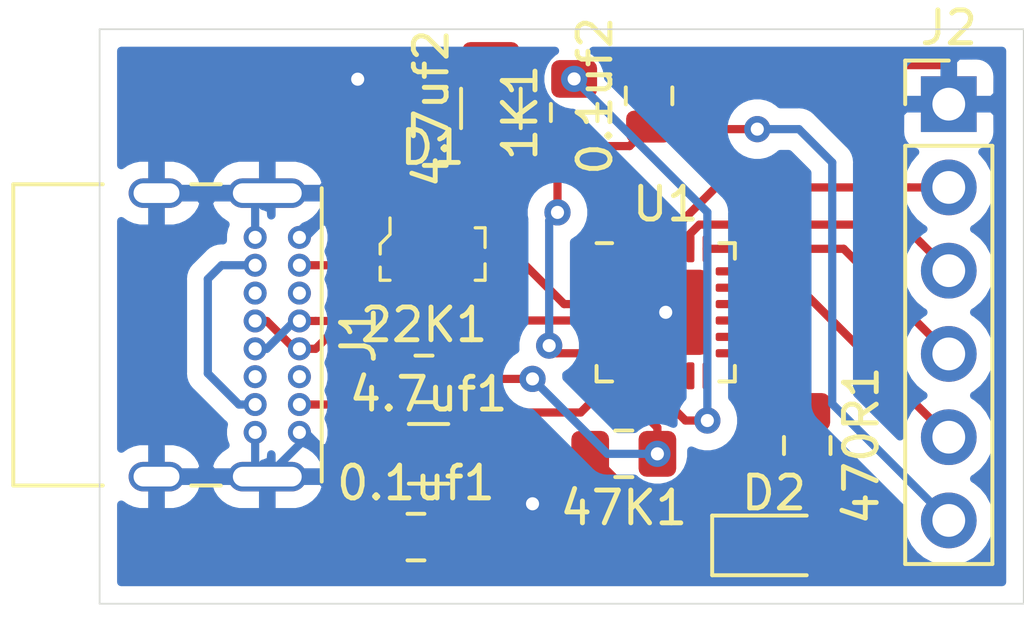
<source format=kicad_pcb>
(kicad_pcb (version 20171130) (host pcbnew "(5.1.2-1)-1")

  (general
    (thickness 1.6)
    (drawings 4)
    (tracks 129)
    (zones 0)
    (modules 13)
    (nets 14)
  )

  (page A4)
  (layers
    (0 F.Cu signal)
    (31 B.Cu signal)
    (32 B.Adhes user)
    (33 F.Adhes user)
    (34 B.Paste user)
    (35 F.Paste user)
    (36 B.SilkS user)
    (37 F.SilkS user)
    (38 B.Mask user)
    (39 F.Mask user)
    (40 Dwgs.User user)
    (41 Cmts.User user)
    (42 Eco1.User user)
    (43 Eco2.User user)
    (44 Edge.Cuts user)
    (45 Margin user)
    (46 B.CrtYd user)
    (47 F.CrtYd user)
    (48 B.Fab user)
    (49 F.Fab user)
  )

  (setup
    (last_trace_width 0.25)
    (trace_clearance 0.2)
    (zone_clearance 0.508)
    (zone_45_only no)
    (trace_min 0.2)
    (via_size 0.8)
    (via_drill 0.4)
    (via_min_size 0.4)
    (via_min_drill 0.3)
    (uvia_size 0.3)
    (uvia_drill 0.1)
    (uvias_allowed no)
    (uvia_min_size 0.2)
    (uvia_min_drill 0.1)
    (edge_width 0.05)
    (segment_width 0.2)
    (pcb_text_width 0.3)
    (pcb_text_size 1.5 1.5)
    (mod_edge_width 0.12)
    (mod_text_size 1 1)
    (mod_text_width 0.15)
    (pad_size 1.524 1.524)
    (pad_drill 0.762)
    (pad_to_mask_clearance 0.051)
    (solder_mask_min_width 0.25)
    (aux_axis_origin 0 0)
    (visible_elements FFFFFF7F)
    (pcbplotparams
      (layerselection 0x010fc_ffffffff)
      (usegerberextensions false)
      (usegerberattributes false)
      (usegerberadvancedattributes false)
      (creategerberjobfile false)
      (excludeedgelayer true)
      (linewidth 0.100000)
      (plotframeref false)
      (viasonmask false)
      (mode 1)
      (useauxorigin false)
      (hpglpennumber 1)
      (hpglpenspeed 20)
      (hpglpendiameter 15.000000)
      (psnegative false)
      (psa4output false)
      (plotreference true)
      (plotvalue true)
      (plotinvisibletext false)
      (padsonsilk false)
      (subtractmaskfromsilk false)
      (outputformat 1)
      (mirror false)
      (drillshape 1)
      (scaleselection 1)
      (outputdirectory ""))
  )

  (net 0 "")
  (net 1 /VBUS)
  (net 2 "Net-(22K1-Pad2)")
  (net 3 GND)
  (net 4 /D+)
  (net 5 /D-)
  (net 6 "Net-(J2-Pad2)")
  (net 7 "Net-(J2-Pad3)")
  (net 8 "Net-(J2-Pad4)")
  (net 9 "Net-(J2-Pad5)")
  (net 10 VDD)
  (net 11 "Net-(1K1-Pad2)")
  (net 12 /SUSPENDn)
  (net 13 "Net-(470R1-Pad2)")

  (net_class Default "This is the default net class."
    (clearance 0.2)
    (trace_width 0.25)
    (via_dia 0.8)
    (via_drill 0.4)
    (uvia_dia 0.3)
    (uvia_drill 0.1)
    (add_net /D+)
    (add_net /D-)
    (add_net /SUSPENDn)
    (add_net /VBUS)
    (add_net GND)
    (add_net "Net-(1K1-Pad2)")
    (add_net "Net-(22K1-Pad2)")
    (add_net "Net-(470R1-Pad2)")
    (add_net "Net-(J2-Pad2)")
    (add_net "Net-(J2-Pad3)")
    (add_net "Net-(J2-Pad4)")
    (add_net "Net-(J2-Pad5)")
    (add_net VDD)
  )

  (module Connector_USB:USB_C_Receptacle_GCT_USB4085 (layer F.Cu) (tedit 5BCCCD93) (tstamp 5DA58AE3)
    (at 115.316 115.57 270)
    (descr "USB 2.0 Type C Receptacle, https://gct.co/Files/Drawings/USB4085.pdf")
    (tags "USB Type-C Receptacle Through-hole Right angle")
    (path /5DA582B4)
    (fp_text reference J1 (at 2.975 -1.8 90) (layer F.SilkS)
      (effects (font (size 1 1) (thickness 0.15)))
    )
    (fp_text value USB_C (at -3.302 2.54 180) (layer F.Fab)
      (effects (font (size 1 1) (thickness 0.15)))
    )
    (fp_line (start -1.5 -0.56) (end 7.45 -0.56) (layer F.Fab) (width 0.1))
    (fp_line (start -1.5 8.61) (end 7.45 8.61) (layer F.Fab) (width 0.1))
    (fp_line (start -1.62 8.73) (end 7.57 8.73) (layer F.SilkS) (width 0.12))
    (fp_line (start -1.5 -0.68) (end 7.45 -0.68) (layer F.SilkS) (width 0.12))
    (fp_line (start -1.5 -0.56) (end -1.5 8.61) (layer F.Fab) (width 0.1))
    (fp_line (start 7.45 -0.56) (end 7.45 8.61) (layer F.Fab) (width 0.1))
    (fp_line (start 7.57 6) (end 7.57 8.73) (layer F.SilkS) (width 0.12))
    (fp_line (start -1.62 6) (end -1.62 8.73) (layer F.SilkS) (width 0.12))
    (fp_line (start 7.57 2.4) (end 7.57 3.3) (layer F.SilkS) (width 0.12))
    (fp_line (start -1.62 2.4) (end -1.62 3.3) (layer F.SilkS) (width 0.12))
    (fp_line (start -2.3 -1.06) (end -2.3 9.11) (layer F.CrtYd) (width 0.05))
    (fp_line (start -2.3 9.11) (end 8.25 9.11) (layer F.CrtYd) (width 0.05))
    (fp_line (start -2.3 -1.06) (end 8.25 -1.06) (layer F.CrtYd) (width 0.05))
    (fp_line (start 8.25 -1.06) (end 8.25 9.11) (layer F.CrtYd) (width 0.05))
    (fp_line (start -0.025 6.1) (end 5.975 6.1) (layer F.Fab) (width 0.1))
    (fp_text user "PCB Edge" (at 2.975 6.1 90) (layer Dwgs.User)
      (effects (font (size 0.5 0.5) (thickness 0.1)))
    )
    (fp_text user %R (at 2.975 4.025 90) (layer F.Fab)
      (effects (font (size 1 1) (thickness 0.15)))
    )
    (pad A1 thru_hole circle (at 0 0 270) (size 0.7 0.7) (drill 0.4) (layers *.Cu *.Mask)
      (net 3 GND))
    (pad A4 thru_hole circle (at 0.85 0 270) (size 0.7 0.7) (drill 0.4) (layers *.Cu *.Mask)
      (net 1 /VBUS))
    (pad A5 thru_hole circle (at 1.7 0 270) (size 0.7 0.7) (drill 0.4) (layers *.Cu *.Mask))
    (pad A6 thru_hole circle (at 2.55 0 270) (size 0.7 0.7) (drill 0.4) (layers *.Cu *.Mask)
      (net 4 /D+))
    (pad A7 thru_hole circle (at 3.4 0 270) (size 0.7 0.7) (drill 0.4) (layers *.Cu *.Mask)
      (net 5 /D-))
    (pad A8 thru_hole circle (at 4.25 0 270) (size 0.7 0.7) (drill 0.4) (layers *.Cu *.Mask))
    (pad A9 thru_hole circle (at 5.1 0 270) (size 0.7 0.7) (drill 0.4) (layers *.Cu *.Mask)
      (net 1 /VBUS))
    (pad A12 thru_hole circle (at 5.95 0 270) (size 0.7 0.7) (drill 0.4) (layers *.Cu *.Mask)
      (net 3 GND))
    (pad B9 thru_hole circle (at 0.85 1.35 270) (size 0.7 0.7) (drill 0.4) (layers *.Cu *.Mask)
      (net 1 /VBUS))
    (pad B7 thru_hole circle (at 2.55 1.35 270) (size 0.7 0.7) (drill 0.4) (layers *.Cu *.Mask)
      (net 5 /D-))
    (pad B8 thru_hole circle (at 1.7 1.35 270) (size 0.7 0.7) (drill 0.4) (layers *.Cu *.Mask))
    (pad B12 thru_hole circle (at 0 1.35 270) (size 0.7 0.7) (drill 0.4) (layers *.Cu *.Mask)
      (net 3 GND))
    (pad B5 thru_hole circle (at 4.25 1.35 270) (size 0.7 0.7) (drill 0.4) (layers *.Cu *.Mask))
    (pad B4 thru_hole circle (at 5.1 1.35 270) (size 0.7 0.7) (drill 0.4) (layers *.Cu *.Mask)
      (net 1 /VBUS))
    (pad B1 thru_hole circle (at 5.95 1.35 270) (size 0.7 0.7) (drill 0.4) (layers *.Cu *.Mask)
      (net 3 GND))
    (pad B6 thru_hole circle (at 3.4 1.35 270) (size 0.7 0.7) (drill 0.4) (layers *.Cu *.Mask)
      (net 4 /D+))
    (pad S1 thru_hole oval (at -1.35 0.98 270) (size 0.9 2.4) (drill oval 0.6 2.1) (layers *.Cu *.Mask)
      (net 3 GND))
    (pad S1 thru_hole oval (at 7.3 0.98 270) (size 0.9 2.4) (drill oval 0.6 2.1) (layers *.Cu *.Mask)
      (net 3 GND))
    (pad S1 thru_hole oval (at -1.35 4.36 270) (size 0.9 1.7) (drill oval 0.6 1.4) (layers *.Cu *.Mask)
      (net 3 GND))
    (pad S1 thru_hole oval (at 7.3 4.36 270) (size 0.9 1.7) (drill oval 0.6 1.4) (layers *.Cu *.Mask)
      (net 3 GND))
    (model ${KISYS3DMOD}/Connector_USB.3dshapes/USB_C_Receptacle_GCT_USB4085.wrl
      (at (xyz 0 0 0))
      (scale (xyz 1 1 1))
      (rotate (xyz 0 0 0))
    )
  )

  (module Resistor_SMD:R_0805_2012Metric_Pad1.15x1.40mm_HandSolder (layer F.Cu) (tedit 5B36C52B) (tstamp 5DA58AA9)
    (at 119.117 119.888)
    (descr "Resistor SMD 0805 (2012 Metric), square (rectangular) end terminal, IPC_7351 nominal with elongated pad for handsoldering. (Body size source: https://docs.google.com/spreadsheets/d/1BsfQQcO9C6DZCsRaXUlFlo91Tg2WpOkGARC1WS5S8t0/edit?usp=sharing), generated with kicad-footprint-generator")
    (tags "resistor handsolder")
    (path /5DA74737)
    (attr smd)
    (fp_text reference 22K1 (at 0 -1.65) (layer F.SilkS)
      (effects (font (size 1 1) (thickness 0.15)))
    )
    (fp_text value R (at 0 1.65) (layer F.Fab)
      (effects (font (size 1 1) (thickness 0.15)))
    )
    (fp_line (start -1 0.6) (end -1 -0.6) (layer F.Fab) (width 0.1))
    (fp_line (start -1 -0.6) (end 1 -0.6) (layer F.Fab) (width 0.1))
    (fp_line (start 1 -0.6) (end 1 0.6) (layer F.Fab) (width 0.1))
    (fp_line (start 1 0.6) (end -1 0.6) (layer F.Fab) (width 0.1))
    (fp_line (start -0.261252 -0.71) (end 0.261252 -0.71) (layer F.SilkS) (width 0.12))
    (fp_line (start -0.261252 0.71) (end 0.261252 0.71) (layer F.SilkS) (width 0.12))
    (fp_line (start -1.85 0.95) (end -1.85 -0.95) (layer F.CrtYd) (width 0.05))
    (fp_line (start -1.85 -0.95) (end 1.85 -0.95) (layer F.CrtYd) (width 0.05))
    (fp_line (start 1.85 -0.95) (end 1.85 0.95) (layer F.CrtYd) (width 0.05))
    (fp_line (start 1.85 0.95) (end -1.85 0.95) (layer F.CrtYd) (width 0.05))
    (fp_text user %R (at 0 0) (layer F.Fab)
      (effects (font (size 0.5 0.5) (thickness 0.08)))
    )
    (pad 1 smd roundrect (at -1.025 0) (size 1.15 1.4) (layers F.Cu F.Paste F.Mask) (roundrect_rratio 0.217391)
      (net 1 /VBUS))
    (pad 2 smd roundrect (at 1.025 0) (size 1.15 1.4) (layers F.Cu F.Paste F.Mask) (roundrect_rratio 0.217391)
      (net 2 "Net-(22K1-Pad2)"))
    (model ${KISYS3DMOD}/Resistor_SMD.3dshapes/R_0805_2012Metric.wrl
      (at (xyz 0 0 0))
      (scale (xyz 1 1 1))
      (rotate (xyz 0 0 0))
    )
  )

  (module Resistor_SMD:R_0805_2012Metric_Pad1.15x1.40mm_HandSolder (layer F.Cu) (tedit 5B36C52B) (tstamp 5DA592A4)
    (at 125.213 122.174 180)
    (descr "Resistor SMD 0805 (2012 Metric), square (rectangular) end terminal, IPC_7351 nominal with elongated pad for handsoldering. (Body size source: https://docs.google.com/spreadsheets/d/1BsfQQcO9C6DZCsRaXUlFlo91Tg2WpOkGARC1WS5S8t0/edit?usp=sharing), generated with kicad-footprint-generator")
    (tags "resistor handsolder")
    (path /5DA74D9A)
    (attr smd)
    (fp_text reference 47K1 (at 0 -1.65) (layer F.SilkS)
      (effects (font (size 1 1) (thickness 0.15)))
    )
    (fp_text value R (at 0 1.65) (layer F.Fab)
      (effects (font (size 1 1) (thickness 0.15)))
    )
    (fp_text user %R (at 0 0 270) (layer F.Fab)
      (effects (font (size 0.5 0.5) (thickness 0.08)))
    )
    (fp_line (start 1.85 0.95) (end -1.85 0.95) (layer F.CrtYd) (width 0.05))
    (fp_line (start 1.85 -0.95) (end 1.85 0.95) (layer F.CrtYd) (width 0.05))
    (fp_line (start -1.85 -0.95) (end 1.85 -0.95) (layer F.CrtYd) (width 0.05))
    (fp_line (start -1.85 0.95) (end -1.85 -0.95) (layer F.CrtYd) (width 0.05))
    (fp_line (start -0.261252 0.71) (end 0.261252 0.71) (layer F.SilkS) (width 0.12))
    (fp_line (start -0.261252 -0.71) (end 0.261252 -0.71) (layer F.SilkS) (width 0.12))
    (fp_line (start 1 0.6) (end -1 0.6) (layer F.Fab) (width 0.1))
    (fp_line (start 1 -0.6) (end 1 0.6) (layer F.Fab) (width 0.1))
    (fp_line (start -1 -0.6) (end 1 -0.6) (layer F.Fab) (width 0.1))
    (fp_line (start -1 0.6) (end -1 -0.6) (layer F.Fab) (width 0.1))
    (pad 2 smd roundrect (at 1.025 0 180) (size 1.15 1.4) (layers F.Cu F.Paste F.Mask) (roundrect_rratio 0.217391)
      (net 3 GND))
    (pad 1 smd roundrect (at -1.025 0 180) (size 1.15 1.4) (layers F.Cu F.Paste F.Mask) (roundrect_rratio 0.217391)
      (net 2 "Net-(22K1-Pad2)"))
    (model ${KISYS3DMOD}/Resistor_SMD.3dshapes/R_0805_2012Metric.wrl
      (at (xyz 0 0 0))
      (scale (xyz 1 1 1))
      (rotate (xyz 0 0 0))
    )
  )

  (module Connector_PinHeader_2.54mm:PinHeader_1x06_P2.54mm_Vertical (layer F.Cu) (tedit 59FED5CC) (tstamp 5DA58AFD)
    (at 135.128 111.506)
    (descr "Through hole straight pin header, 1x06, 2.54mm pitch, single row")
    (tags "Through hole pin header THT 1x06 2.54mm single row")
    (path /5DA5F13D)
    (fp_text reference J2 (at 0 -2.33) (layer F.SilkS)
      (effects (font (size 1 1) (thickness 0.15)))
    )
    (fp_text value Header (at -2.286 7.366 90) (layer F.Fab)
      (effects (font (size 1 1) (thickness 0.15)))
    )
    (fp_line (start -0.635 -1.27) (end 1.27 -1.27) (layer F.Fab) (width 0.1))
    (fp_line (start 1.27 -1.27) (end 1.27 13.97) (layer F.Fab) (width 0.1))
    (fp_line (start 1.27 13.97) (end -1.27 13.97) (layer F.Fab) (width 0.1))
    (fp_line (start -1.27 13.97) (end -1.27 -0.635) (layer F.Fab) (width 0.1))
    (fp_line (start -1.27 -0.635) (end -0.635 -1.27) (layer F.Fab) (width 0.1))
    (fp_line (start -1.33 14.03) (end 1.33 14.03) (layer F.SilkS) (width 0.12))
    (fp_line (start -1.33 1.27) (end -1.33 14.03) (layer F.SilkS) (width 0.12))
    (fp_line (start 1.33 1.27) (end 1.33 14.03) (layer F.SilkS) (width 0.12))
    (fp_line (start -1.33 1.27) (end 1.33 1.27) (layer F.SilkS) (width 0.12))
    (fp_line (start -1.33 0) (end -1.33 -1.33) (layer F.SilkS) (width 0.12))
    (fp_line (start -1.33 -1.33) (end 0 -1.33) (layer F.SilkS) (width 0.12))
    (fp_line (start -1.8 -1.8) (end -1.8 14.5) (layer F.CrtYd) (width 0.05))
    (fp_line (start -1.8 14.5) (end 1.8 14.5) (layer F.CrtYd) (width 0.05))
    (fp_line (start 1.8 14.5) (end 1.8 -1.8) (layer F.CrtYd) (width 0.05))
    (fp_line (start 1.8 -1.8) (end -1.8 -1.8) (layer F.CrtYd) (width 0.05))
    (fp_text user %R (at 0 6.35 90) (layer F.Fab)
      (effects (font (size 1 1) (thickness 0.15)))
    )
    (pad 1 thru_hole rect (at 0 0) (size 1.7 1.7) (drill 1) (layers *.Cu *.Mask)
      (net 3 GND))
    (pad 2 thru_hole oval (at 0 2.54) (size 1.7 1.7) (drill 1) (layers *.Cu *.Mask)
      (net 6 "Net-(J2-Pad2)"))
    (pad 3 thru_hole oval (at 0 5.08) (size 1.7 1.7) (drill 1) (layers *.Cu *.Mask)
      (net 7 "Net-(J2-Pad3)"))
    (pad 4 thru_hole oval (at 0 7.62) (size 1.7 1.7) (drill 1) (layers *.Cu *.Mask)
      (net 8 "Net-(J2-Pad4)"))
    (pad 5 thru_hole oval (at 0 10.16) (size 1.7 1.7) (drill 1) (layers *.Cu *.Mask)
      (net 9 "Net-(J2-Pad5)"))
    (pad 6 thru_hole oval (at 0 12.7) (size 1.7 1.7) (drill 1) (layers *.Cu *.Mask)
      (net 10 VDD))
    (model ${KISYS3DMOD}/Connector_PinHeader_2.54mm.3dshapes/PinHeader_1x06_P2.54mm_Vertical.wrl
      (at (xyz 0 0 0))
      (scale (xyz 1 1 1))
      (rotate (xyz 0 0 0))
    )
  )

  (module Package_DFN_QFN:QFN-24-1EP_4x4mm_P0.5mm_EP2.6x2.6mm (layer F.Cu) (tedit 5C1FD453) (tstamp 5DA5956B)
    (at 126.492 117.856)
    (descr "QFN, 24 Pin (http://ww1.microchip.com/downloads/en/PackagingSpec/00000049BQ.pdf#page=278), generated with kicad-footprint-generator ipc_dfn_qfn_generator.py")
    (tags "QFN DFN_QFN")
    (path /5DA575FD)
    (attr smd)
    (fp_text reference U1 (at 0 -3.3) (layer F.SilkS)
      (effects (font (size 1 1) (thickness 0.15)))
    )
    (fp_text value CP2102N-A01-GQFN24 (at 0 -5.08) (layer F.Fab)
      (effects (font (size 1 1) (thickness 0.15)))
    )
    (fp_line (start 1.635 -2.11) (end 2.11 -2.11) (layer F.SilkS) (width 0.12))
    (fp_line (start 2.11 -2.11) (end 2.11 -1.635) (layer F.SilkS) (width 0.12))
    (fp_line (start -1.635 2.11) (end -2.11 2.11) (layer F.SilkS) (width 0.12))
    (fp_line (start -2.11 2.11) (end -2.11 1.635) (layer F.SilkS) (width 0.12))
    (fp_line (start 1.635 2.11) (end 2.11 2.11) (layer F.SilkS) (width 0.12))
    (fp_line (start 2.11 2.11) (end 2.11 1.635) (layer F.SilkS) (width 0.12))
    (fp_line (start -1.635 -2.11) (end -2.11 -2.11) (layer F.SilkS) (width 0.12))
    (fp_line (start -1 -2) (end 2 -2) (layer F.Fab) (width 0.1))
    (fp_line (start 2 -2) (end 2 2) (layer F.Fab) (width 0.1))
    (fp_line (start 2 2) (end -2 2) (layer F.Fab) (width 0.1))
    (fp_line (start -2 2) (end -2 -1) (layer F.Fab) (width 0.1))
    (fp_line (start -2 -1) (end -1 -2) (layer F.Fab) (width 0.1))
    (fp_line (start -2.6 -2.6) (end -2.6 2.6) (layer F.CrtYd) (width 0.05))
    (fp_line (start -2.6 2.6) (end 2.6 2.6) (layer F.CrtYd) (width 0.05))
    (fp_line (start 2.6 2.6) (end 2.6 -2.6) (layer F.CrtYd) (width 0.05))
    (fp_line (start 2.6 -2.6) (end -2.6 -2.6) (layer F.CrtYd) (width 0.05))
    (fp_text user %R (at 0 0) (layer F.Fab)
      (effects (font (size 1 1) (thickness 0.15)))
    )
    (pad 25 smd roundrect (at 0 0) (size 2.6 2.6) (layers F.Cu F.Mask) (roundrect_rratio 0.096154)
      (net 3 GND))
    (pad "" smd roundrect (at -0.65 -0.65) (size 1.05 1.05) (layers F.Paste) (roundrect_rratio 0.238095))
    (pad "" smd roundrect (at -0.65 0.65) (size 1.05 1.05) (layers F.Paste) (roundrect_rratio 0.238095))
    (pad "" smd roundrect (at 0.65 -0.65) (size 1.05 1.05) (layers F.Paste) (roundrect_rratio 0.238095))
    (pad "" smd roundrect (at 0.65 0.65) (size 1.05 1.05) (layers F.Paste) (roundrect_rratio 0.238095))
    (pad 1 smd roundrect (at -1.9375 -1.25) (size 0.825 0.25) (layers F.Cu F.Paste F.Mask) (roundrect_rratio 0.25))
    (pad 2 smd roundrect (at -1.9375 -0.75) (size 0.825 0.25) (layers F.Cu F.Paste F.Mask) (roundrect_rratio 0.25)
      (net 3 GND))
    (pad 3 smd roundrect (at -1.9375 -0.25) (size 0.825 0.25) (layers F.Cu F.Paste F.Mask) (roundrect_rratio 0.25)
      (net 4 /D+))
    (pad 4 smd roundrect (at -1.9375 0.25) (size 0.825 0.25) (layers F.Cu F.Paste F.Mask) (roundrect_rratio 0.25)
      (net 5 /D-))
    (pad 5 smd roundrect (at -1.9375 0.75) (size 0.825 0.25) (layers F.Cu F.Paste F.Mask) (roundrect_rratio 0.25))
    (pad 6 smd roundrect (at -1.9375 1.25) (size 0.825 0.25) (layers F.Cu F.Paste F.Mask) (roundrect_rratio 0.25)
      (net 10 VDD))
    (pad 7 smd roundrect (at -1.25 1.9375) (size 0.25 0.825) (layers F.Cu F.Paste F.Mask) (roundrect_rratio 0.25)
      (net 1 /VBUS))
    (pad 8 smd roundrect (at -0.75 1.9375) (size 0.25 0.825) (layers F.Cu F.Paste F.Mask) (roundrect_rratio 0.25)
      (net 2 "Net-(22K1-Pad2)"))
    (pad 9 smd roundrect (at -0.25 1.9375) (size 0.25 0.825) (layers F.Cu F.Paste F.Mask) (roundrect_rratio 0.25)
      (net 11 "Net-(1K1-Pad2)"))
    (pad 10 smd roundrect (at 0.25 1.9375) (size 0.25 0.825) (layers F.Cu F.Paste F.Mask) (roundrect_rratio 0.25))
    (pad 11 smd roundrect (at 0.75 1.9375) (size 0.25 0.825) (layers F.Cu F.Paste F.Mask) (roundrect_rratio 0.25))
    (pad 12 smd roundrect (at 1.25 1.9375) (size 0.25 0.825) (layers F.Cu F.Paste F.Mask) (roundrect_rratio 0.25))
    (pad 13 smd roundrect (at 1.9375 1.25) (size 0.825 0.25) (layers F.Cu F.Paste F.Mask) (roundrect_rratio 0.25))
    (pad 14 smd roundrect (at 1.9375 0.75) (size 0.825 0.25) (layers F.Cu F.Paste F.Mask) (roundrect_rratio 0.25))
    (pad 15 smd roundrect (at 1.9375 0.25) (size 0.825 0.25) (layers F.Cu F.Paste F.Mask) (roundrect_rratio 0.25)
      (net 12 /SUSPENDn))
    (pad 16 smd roundrect (at 1.9375 -0.25) (size 0.825 0.25) (layers F.Cu F.Paste F.Mask) (roundrect_rratio 0.25))
    (pad 17 smd roundrect (at 1.9375 -0.75) (size 0.825 0.25) (layers F.Cu F.Paste F.Mask) (roundrect_rratio 0.25))
    (pad 18 smd roundrect (at 1.9375 -1.25) (size 0.825 0.25) (layers F.Cu F.Paste F.Mask) (roundrect_rratio 0.25)
      (net 9 "Net-(J2-Pad5)"))
    (pad 19 smd roundrect (at 1.25 -1.9375) (size 0.25 0.825) (layers F.Cu F.Paste F.Mask) (roundrect_rratio 0.25)
      (net 8 "Net-(J2-Pad4)"))
    (pad 20 smd roundrect (at 0.75 -1.9375) (size 0.25 0.825) (layers F.Cu F.Paste F.Mask) (roundrect_rratio 0.25)
      (net 7 "Net-(J2-Pad3)"))
    (pad 21 smd roundrect (at 0.25 -1.9375) (size 0.25 0.825) (layers F.Cu F.Paste F.Mask) (roundrect_rratio 0.25)
      (net 6 "Net-(J2-Pad2)"))
    (pad 22 smd roundrect (at -0.25 -1.9375) (size 0.25 0.825) (layers F.Cu F.Paste F.Mask) (roundrect_rratio 0.25))
    (pad 23 smd roundrect (at -0.75 -1.9375) (size 0.25 0.825) (layers F.Cu F.Paste F.Mask) (roundrect_rratio 0.25))
    (pad 24 smd roundrect (at -1.25 -1.9375) (size 0.25 0.825) (layers F.Cu F.Paste F.Mask) (roundrect_rratio 0.25))
    (model ${KISYS3DMOD}/Package_DFN_QFN.3dshapes/QFN-24-1EP_4x4mm_P0.5mm_EP2.6x2.6mm.wrl
      (at (xyz 0 0 0))
      (scale (xyz 1 1 1))
      (rotate (xyz 0 0 0))
    )
  )

  (module Capacitor_SMD:C_0805_2012Metric (layer F.Cu) (tedit 5B36C52B) (tstamp 5DA5E58D)
    (at 118.872 124.714)
    (descr "Capacitor SMD 0805 (2012 Metric), square (rectangular) end terminal, IPC_7351 nominal, (Body size source: https://docs.google.com/spreadsheets/d/1BsfQQcO9C6DZCsRaXUlFlo91Tg2WpOkGARC1WS5S8t0/edit?usp=sharing), generated with kicad-footprint-generator")
    (tags capacitor)
    (path /5DA82A00)
    (attr smd)
    (fp_text reference 0.1uf1 (at 0 -1.65) (layer F.SilkS)
      (effects (font (size 1 1) (thickness 0.15)))
    )
    (fp_text value C (at 2.286 0.254) (layer F.Fab)
      (effects (font (size 1 1) (thickness 0.15)))
    )
    (fp_line (start -1 0.6) (end -1 -0.6) (layer F.Fab) (width 0.1))
    (fp_line (start -1 -0.6) (end 1 -0.6) (layer F.Fab) (width 0.1))
    (fp_line (start 1 -0.6) (end 1 0.6) (layer F.Fab) (width 0.1))
    (fp_line (start 1 0.6) (end -1 0.6) (layer F.Fab) (width 0.1))
    (fp_line (start -0.258578 -0.71) (end 0.258578 -0.71) (layer F.SilkS) (width 0.12))
    (fp_line (start -0.258578 0.71) (end 0.258578 0.71) (layer F.SilkS) (width 0.12))
    (fp_line (start -1.68 0.95) (end -1.68 -0.95) (layer F.CrtYd) (width 0.05))
    (fp_line (start -1.68 -0.95) (end 1.68 -0.95) (layer F.CrtYd) (width 0.05))
    (fp_line (start 1.68 -0.95) (end 1.68 0.95) (layer F.CrtYd) (width 0.05))
    (fp_line (start 1.68 0.95) (end -1.68 0.95) (layer F.CrtYd) (width 0.05))
    (fp_text user %R (at 0 0) (layer F.Fab)
      (effects (font (size 0.5 0.5) (thickness 0.08)))
    )
    (pad 1 smd roundrect (at -0.9375 0) (size 0.975 1.4) (layers F.Cu F.Paste F.Mask) (roundrect_rratio 0.25)
      (net 1 /VBUS))
    (pad 2 smd roundrect (at 0.9375 0) (size 0.975 1.4) (layers F.Cu F.Paste F.Mask) (roundrect_rratio 0.25)
      (net 3 GND))
    (model ${KISYS3DMOD}/Capacitor_SMD.3dshapes/C_0805_2012Metric.wrl
      (at (xyz 0 0 0))
      (scale (xyz 1 1 1))
      (rotate (xyz 0 0 0))
    )
  )

  (module Capacitor_SMD:C_0805_2012Metric (layer F.Cu) (tedit 5B36C52B) (tstamp 5DA5E59E)
    (at 125.984 111.252 90)
    (descr "Capacitor SMD 0805 (2012 Metric), square (rectangular) end terminal, IPC_7351 nominal, (Body size source: https://docs.google.com/spreadsheets/d/1BsfQQcO9C6DZCsRaXUlFlo91Tg2WpOkGARC1WS5S8t0/edit?usp=sharing), generated with kicad-footprint-generator")
    (tags capacitor)
    (path /5DA88AB9)
    (attr smd)
    (fp_text reference 0.1uf2 (at 0 -1.65 90) (layer F.SilkS)
      (effects (font (size 1 1) (thickness 0.15)))
    )
    (fp_text value C (at 0 1.65 90) (layer F.Fab)
      (effects (font (size 1 1) (thickness 0.15)))
    )
    (fp_text user %R (at 0 0 90) (layer F.Fab)
      (effects (font (size 0.5 0.5) (thickness 0.08)))
    )
    (fp_line (start 1.68 0.95) (end -1.68 0.95) (layer F.CrtYd) (width 0.05))
    (fp_line (start 1.68 -0.95) (end 1.68 0.95) (layer F.CrtYd) (width 0.05))
    (fp_line (start -1.68 -0.95) (end 1.68 -0.95) (layer F.CrtYd) (width 0.05))
    (fp_line (start -1.68 0.95) (end -1.68 -0.95) (layer F.CrtYd) (width 0.05))
    (fp_line (start -0.258578 0.71) (end 0.258578 0.71) (layer F.SilkS) (width 0.12))
    (fp_line (start -0.258578 -0.71) (end 0.258578 -0.71) (layer F.SilkS) (width 0.12))
    (fp_line (start 1 0.6) (end -1 0.6) (layer F.Fab) (width 0.1))
    (fp_line (start 1 -0.6) (end 1 0.6) (layer F.Fab) (width 0.1))
    (fp_line (start -1 -0.6) (end 1 -0.6) (layer F.Fab) (width 0.1))
    (fp_line (start -1 0.6) (end -1 -0.6) (layer F.Fab) (width 0.1))
    (pad 2 smd roundrect (at 0.9375 0 90) (size 0.975 1.4) (layers F.Cu F.Paste F.Mask) (roundrect_rratio 0.25)
      (net 3 GND))
    (pad 1 smd roundrect (at -0.9375 0 90) (size 0.975 1.4) (layers F.Cu F.Paste F.Mask) (roundrect_rratio 0.25)
      (net 10 VDD))
    (model ${KISYS3DMOD}/Capacitor_SMD.3dshapes/C_0805_2012Metric.wrl
      (at (xyz 0 0 0))
      (scale (xyz 1 1 1))
      (rotate (xyz 0 0 0))
    )
  )

  (module Resistor_SMD:R_0805_2012Metric_Pad1.15x1.40mm_HandSolder (layer F.Cu) (tedit 5B36C52B) (tstamp 5DA5E5AF)
    (at 123.698 111.76 90)
    (descr "Resistor SMD 0805 (2012 Metric), square (rectangular) end terminal, IPC_7351 nominal with elongated pad for handsoldering. (Body size source: https://docs.google.com/spreadsheets/d/1BsfQQcO9C6DZCsRaXUlFlo91Tg2WpOkGARC1WS5S8t0/edit?usp=sharing), generated with kicad-footprint-generator")
    (tags "resistor handsolder")
    (path /5DAAA5D7)
    (attr smd)
    (fp_text reference 1K1 (at 0 -1.65 90) (layer F.SilkS)
      (effects (font (size 1 1) (thickness 0.15)))
    )
    (fp_text value R (at 0 1.65 90) (layer F.Fab)
      (effects (font (size 1 1) (thickness 0.15)))
    )
    (fp_text user %R (at 0 0 90) (layer F.Fab)
      (effects (font (size 0.5 0.5) (thickness 0.08)))
    )
    (fp_line (start 1.85 0.95) (end -1.85 0.95) (layer F.CrtYd) (width 0.05))
    (fp_line (start 1.85 -0.95) (end 1.85 0.95) (layer F.CrtYd) (width 0.05))
    (fp_line (start -1.85 -0.95) (end 1.85 -0.95) (layer F.CrtYd) (width 0.05))
    (fp_line (start -1.85 0.95) (end -1.85 -0.95) (layer F.CrtYd) (width 0.05))
    (fp_line (start -0.261252 0.71) (end 0.261252 0.71) (layer F.SilkS) (width 0.12))
    (fp_line (start -0.261252 -0.71) (end 0.261252 -0.71) (layer F.SilkS) (width 0.12))
    (fp_line (start 1 0.6) (end -1 0.6) (layer F.Fab) (width 0.1))
    (fp_line (start 1 -0.6) (end 1 0.6) (layer F.Fab) (width 0.1))
    (fp_line (start -1 -0.6) (end 1 -0.6) (layer F.Fab) (width 0.1))
    (fp_line (start -1 0.6) (end -1 -0.6) (layer F.Fab) (width 0.1))
    (pad 2 smd roundrect (at 1.025 0 90) (size 1.15 1.4) (layers F.Cu F.Paste F.Mask) (roundrect_rratio 0.217391)
      (net 11 "Net-(1K1-Pad2)"))
    (pad 1 smd roundrect (at -1.025 0 90) (size 1.15 1.4) (layers F.Cu F.Paste F.Mask) (roundrect_rratio 0.217391)
      (net 10 VDD))
    (model ${KISYS3DMOD}/Resistor_SMD.3dshapes/R_0805_2012Metric.wrl
      (at (xyz 0 0 0))
      (scale (xyz 1 1 1))
      (rotate (xyz 0 0 0))
    )
  )

  (module Capacitor_SMD:C_1206_3216Metric (layer F.Cu) (tedit 5B301BBE) (tstamp 5DA5E5C0)
    (at 119.256 122.174)
    (descr "Capacitor SMD 1206 (3216 Metric), square (rectangular) end terminal, IPC_7351 nominal, (Body size source: http://www.tortai-tech.com/upload/download/2011102023233369053.pdf), generated with kicad-footprint-generator")
    (tags capacitor)
    (path /5DA81C2F)
    (attr smd)
    (fp_text reference 4.7uf1 (at 0 -1.82) (layer F.SilkS)
      (effects (font (size 1 1) (thickness 0.15)))
    )
    (fp_text value C (at 0 1.82) (layer F.Fab)
      (effects (font (size 1 1) (thickness 0.15)))
    )
    (fp_text user %R (at 0 0) (layer F.Fab)
      (effects (font (size 0.8 0.8) (thickness 0.12)))
    )
    (fp_line (start 2.28 1.12) (end -2.28 1.12) (layer F.CrtYd) (width 0.05))
    (fp_line (start 2.28 -1.12) (end 2.28 1.12) (layer F.CrtYd) (width 0.05))
    (fp_line (start -2.28 -1.12) (end 2.28 -1.12) (layer F.CrtYd) (width 0.05))
    (fp_line (start -2.28 1.12) (end -2.28 -1.12) (layer F.CrtYd) (width 0.05))
    (fp_line (start -0.602064 0.91) (end 0.602064 0.91) (layer F.SilkS) (width 0.12))
    (fp_line (start -0.602064 -0.91) (end 0.602064 -0.91) (layer F.SilkS) (width 0.12))
    (fp_line (start 1.6 0.8) (end -1.6 0.8) (layer F.Fab) (width 0.1))
    (fp_line (start 1.6 -0.8) (end 1.6 0.8) (layer F.Fab) (width 0.1))
    (fp_line (start -1.6 -0.8) (end 1.6 -0.8) (layer F.Fab) (width 0.1))
    (fp_line (start -1.6 0.8) (end -1.6 -0.8) (layer F.Fab) (width 0.1))
    (pad 2 smd roundrect (at 1.4 0) (size 1.25 1.75) (layers F.Cu F.Paste F.Mask) (roundrect_rratio 0.2)
      (net 3 GND))
    (pad 1 smd roundrect (at -1.4 0) (size 1.25 1.75) (layers F.Cu F.Paste F.Mask) (roundrect_rratio 0.2)
      (net 1 /VBUS))
    (model ${KISYS3DMOD}/Capacitor_SMD.3dshapes/C_1206_3216Metric.wrl
      (at (xyz 0 0 0))
      (scale (xyz 1 1 1))
      (rotate (xyz 0 0 0))
    )
  )

  (module Capacitor_SMD:C_1206_3216Metric (layer F.Cu) (tedit 5B301BBE) (tstamp 5DA5E5D1)
    (at 121.158 111.636 90)
    (descr "Capacitor SMD 1206 (3216 Metric), square (rectangular) end terminal, IPC_7351 nominal, (Body size source: http://www.tortai-tech.com/upload/download/2011102023233369053.pdf), generated with kicad-footprint-generator")
    (tags capacitor)
    (path /5DA82E3F)
    (attr smd)
    (fp_text reference 4.7uf2 (at 0 -1.82 90) (layer F.SilkS)
      (effects (font (size 1 1) (thickness 0.15)))
    )
    (fp_text value C (at 0 1.82 90) (layer F.Fab)
      (effects (font (size 1 1) (thickness 0.15)))
    )
    (fp_line (start -1.6 0.8) (end -1.6 -0.8) (layer F.Fab) (width 0.1))
    (fp_line (start -1.6 -0.8) (end 1.6 -0.8) (layer F.Fab) (width 0.1))
    (fp_line (start 1.6 -0.8) (end 1.6 0.8) (layer F.Fab) (width 0.1))
    (fp_line (start 1.6 0.8) (end -1.6 0.8) (layer F.Fab) (width 0.1))
    (fp_line (start -0.602064 -0.91) (end 0.602064 -0.91) (layer F.SilkS) (width 0.12))
    (fp_line (start -0.602064 0.91) (end 0.602064 0.91) (layer F.SilkS) (width 0.12))
    (fp_line (start -2.28 1.12) (end -2.28 -1.12) (layer F.CrtYd) (width 0.05))
    (fp_line (start -2.28 -1.12) (end 2.28 -1.12) (layer F.CrtYd) (width 0.05))
    (fp_line (start 2.28 -1.12) (end 2.28 1.12) (layer F.CrtYd) (width 0.05))
    (fp_line (start 2.28 1.12) (end -2.28 1.12) (layer F.CrtYd) (width 0.05))
    (fp_text user %R (at 0 0 90) (layer F.Fab)
      (effects (font (size 0.8 0.8) (thickness 0.12)))
    )
    (pad 1 smd roundrect (at -1.4 0 90) (size 1.25 1.75) (layers F.Cu F.Paste F.Mask) (roundrect_rratio 0.2)
      (net 10 VDD))
    (pad 2 smd roundrect (at 1.4 0 90) (size 1.25 1.75) (layers F.Cu F.Paste F.Mask) (roundrect_rratio 0.2)
      (net 3 GND))
    (model ${KISYS3DMOD}/Capacitor_SMD.3dshapes/C_1206_3216Metric.wrl
      (at (xyz 0 0 0))
      (scale (xyz 1 1 1))
      (rotate (xyz 0 0 0))
    )
  )

  (module Resistor_SMD:R_0805_2012Metric_Pad1.15x1.40mm_HandSolder (layer F.Cu) (tedit 5B36C52B) (tstamp 5DA5E5E2)
    (at 130.81 121.92 270)
    (descr "Resistor SMD 0805 (2012 Metric), square (rectangular) end terminal, IPC_7351 nominal with elongated pad for handsoldering. (Body size source: https://docs.google.com/spreadsheets/d/1BsfQQcO9C6DZCsRaXUlFlo91Tg2WpOkGARC1WS5S8t0/edit?usp=sharing), generated with kicad-footprint-generator")
    (tags "resistor handsolder")
    (path /5DA98739)
    (attr smd)
    (fp_text reference 470R1 (at 0 -1.65 90) (layer F.SilkS)
      (effects (font (size 1 1) (thickness 0.15)))
    )
    (fp_text value R (at 0 1.65 90) (layer F.Fab)
      (effects (font (size 1 1) (thickness 0.15)))
    )
    (fp_line (start -1 0.6) (end -1 -0.6) (layer F.Fab) (width 0.1))
    (fp_line (start -1 -0.6) (end 1 -0.6) (layer F.Fab) (width 0.1))
    (fp_line (start 1 -0.6) (end 1 0.6) (layer F.Fab) (width 0.1))
    (fp_line (start 1 0.6) (end -1 0.6) (layer F.Fab) (width 0.1))
    (fp_line (start -0.261252 -0.71) (end 0.261252 -0.71) (layer F.SilkS) (width 0.12))
    (fp_line (start -0.261252 0.71) (end 0.261252 0.71) (layer F.SilkS) (width 0.12))
    (fp_line (start -1.85 0.95) (end -1.85 -0.95) (layer F.CrtYd) (width 0.05))
    (fp_line (start -1.85 -0.95) (end 1.85 -0.95) (layer F.CrtYd) (width 0.05))
    (fp_line (start 1.85 -0.95) (end 1.85 0.95) (layer F.CrtYd) (width 0.05))
    (fp_line (start 1.85 0.95) (end -1.85 0.95) (layer F.CrtYd) (width 0.05))
    (fp_text user %R (at 0 0 90) (layer F.Fab)
      (effects (font (size 0.5 0.5) (thickness 0.08)))
    )
    (pad 1 smd roundrect (at -1.025 0 270) (size 1.15 1.4) (layers F.Cu F.Paste F.Mask) (roundrect_rratio 0.217391)
      (net 12 /SUSPENDn))
    (pad 2 smd roundrect (at 1.025 0 270) (size 1.15 1.4) (layers F.Cu F.Paste F.Mask) (roundrect_rratio 0.217391)
      (net 13 "Net-(470R1-Pad2)"))
    (model ${KISYS3DMOD}/Resistor_SMD.3dshapes/R_0805_2012Metric.wrl
      (at (xyz 0 0 0))
      (scale (xyz 1 1 1))
      (rotate (xyz 0 0 0))
    )
  )

  (module digikey-footprints:SOT-143-4 (layer F.Cu) (tedit 59CCFC4F) (tstamp 5DA5E5FC)
    (at 119.38 116.078)
    (descr http://datasheets.maximintegrated.com/en/ds/MAX6816-MAX6818.pdf)
    (path /5DA85444)
    (fp_text reference D1 (at 0 -3.25) (layer F.SilkS)
      (effects (font (size 1 1) (thickness 0.15)))
    )
    (fp_text value SP0503BAHTG (at 0 3) (layer F.Fab)
      (effects (font (size 1 1) (thickness 0.15)))
    )
    (fp_line (start -1.75 -2) (end -1.75 2) (layer F.CrtYd) (width 0.05))
    (fp_line (start 1.75 -2) (end -1.75 -2) (layer F.CrtYd) (width 0.05))
    (fp_line (start 1.75 -2) (end 1.75 2) (layer F.CrtYd) (width 0.05))
    (fp_line (start 1.75 2) (end -1.75 2) (layer F.CrtYd) (width 0.05))
    (fp_line (start -1.3 0.8) (end -1.6 0.8) (layer F.SilkS) (width 0.1))
    (fp_line (start -1.6 0.8) (end -1.6 0.4) (layer F.SilkS) (width 0.1))
    (fp_line (start 1.3 0.8) (end 1.6 0.8) (layer F.SilkS) (width 0.1))
    (fp_line (start 1.6 0.8) (end 1.6 0.3) (layer F.SilkS) (width 0.1))
    (fp_line (start 1.3 -0.8) (end 1.6 -0.8) (layer F.SilkS) (width 0.1))
    (fp_line (start 1.6 -0.8) (end 1.6 -0.2) (layer F.SilkS) (width 0.1))
    (fp_line (start -1.3 -1.1) (end -1.3 -0.6) (layer F.SilkS) (width 0.1))
    (fp_line (start -1.3 -0.6) (end -1.6 -0.3) (layer F.SilkS) (width 0.1))
    (fp_line (start -1.6 -0.3) (end -1.6 0) (layer F.SilkS) (width 0.1))
    (fp_line (start -1.46 0.65) (end -1.46 -0.26) (layer F.Fab) (width 0.1))
    (fp_line (start 1.46 -0.65) (end -1.09 -0.65) (layer F.Fab) (width 0.1))
    (fp_line (start -1.46 -0.26) (end -1.09 -0.65) (layer F.Fab) (width 0.1))
    (fp_line (start 1.46 -0.65) (end 1.46 0.65) (layer F.Fab) (width 0.1))
    (fp_line (start -1.46 0.65) (end 1.46 0.65) (layer F.Fab) (width 0.1))
    (pad 1 smd rect (at -0.96 -1) (size 0.55 1.31) (layers F.Cu F.Paste F.Mask)
      (net 3 GND))
    (pad 2 smd rect (at -0.76 1) (size 0.94 1.31) (layers F.Cu F.Paste F.Mask)
      (net 1 /VBUS))
    (pad 3 smd rect (at 0.96 1) (size 0.55 1.31) (layers F.Cu F.Paste F.Mask)
      (net 5 /D-))
    (pad 4 smd rect (at 0.96 -1) (size 0.55 1.31) (layers F.Cu F.Paste F.Mask)
      (net 4 /D+))
  )

  (module LED_SMD:LED_0805_2012Metric_Castellated (layer F.Cu) (tedit 5B36C52C) (tstamp 5DA5E60F)
    (at 129.794 124.968)
    (descr "LED SMD 0805 (2012 Metric), castellated end terminal, IPC_7351 nominal, (Body size source: https://docs.google.com/spreadsheets/d/1BsfQQcO9C6DZCsRaXUlFlo91Tg2WpOkGARC1WS5S8t0/edit?usp=sharing), generated with kicad-footprint-generator")
    (tags "LED castellated")
    (path /5DAA7A20)
    (attr smd)
    (fp_text reference D2 (at 0 -1.6) (layer F.SilkS)
      (effects (font (size 1 1) (thickness 0.15)))
    )
    (fp_text value LED (at 0 1.6) (layer F.Fab)
      (effects (font (size 1 1) (thickness 0.15)))
    )
    (fp_line (start 1 -0.6) (end -0.7 -0.6) (layer F.Fab) (width 0.1))
    (fp_line (start -0.7 -0.6) (end -1 -0.3) (layer F.Fab) (width 0.1))
    (fp_line (start -1 -0.3) (end -1 0.6) (layer F.Fab) (width 0.1))
    (fp_line (start -1 0.6) (end 1 0.6) (layer F.Fab) (width 0.1))
    (fp_line (start 1 0.6) (end 1 -0.6) (layer F.Fab) (width 0.1))
    (fp_line (start 1 -0.91) (end -1.885 -0.91) (layer F.SilkS) (width 0.12))
    (fp_line (start -1.885 -0.91) (end -1.885 0.91) (layer F.SilkS) (width 0.12))
    (fp_line (start -1.885 0.91) (end 1 0.91) (layer F.SilkS) (width 0.12))
    (fp_line (start -1.88 0.9) (end -1.88 -0.9) (layer F.CrtYd) (width 0.05))
    (fp_line (start -1.88 -0.9) (end 1.88 -0.9) (layer F.CrtYd) (width 0.05))
    (fp_line (start 1.88 -0.9) (end 1.88 0.9) (layer F.CrtYd) (width 0.05))
    (fp_line (start 1.88 0.9) (end -1.88 0.9) (layer F.CrtYd) (width 0.05))
    (fp_text user %R (at 0 0) (layer F.Fab)
      (effects (font (size 0.5 0.5) (thickness 0.08)))
    )
    (pad 1 smd roundrect (at -0.9625 0) (size 1.325 1.3) (layers F.Cu F.Paste F.Mask) (roundrect_rratio 0.192308)
      (net 3 GND))
    (pad 2 smd roundrect (at 0.9625 0) (size 1.325 1.3) (layers F.Cu F.Paste F.Mask) (roundrect_rratio 0.192308)
      (net 13 "Net-(470R1-Pad2)"))
    (model ${KISYS3DMOD}/LED_SMD.3dshapes/LED_0805_2012Metric_Castellated.wrl
      (at (xyz 0 0 0))
      (scale (xyz 1 1 1))
      (rotate (xyz 0 0 0))
    )
  )

  (gr_line (start 109.22 126.746) (end 109.22 109.22) (layer Edge.Cuts) (width 0.05) (tstamp 5DA597EA))
  (gr_line (start 137.414 126.746) (end 109.22 126.746) (layer Edge.Cuts) (width 0.05))
  (gr_line (start 137.414 109.22) (end 137.414 126.746) (layer Edge.Cuts) (width 0.05))
  (gr_line (start 109.22 109.22) (end 137.414 109.22) (layer Edge.Cuts) (width 0.05))

  (segment (start 117.962 116.42) (end 118.62 117.078) (width 0.25) (layer F.Cu) (net 1))
  (segment (start 115.316 116.42) (end 117.962 116.42) (width 0.25) (layer F.Cu) (net 1))
  (segment (start 117.31 120.67) (end 118.092 119.888) (width 0.25) (layer F.Cu) (net 1))
  (segment (start 115.316 120.67) (end 117.31 120.67) (width 0.25) (layer F.Cu) (net 1))
  (segment (start 117.856 120.124) (end 118.092 119.888) (width 0.25) (layer F.Cu) (net 1))
  (segment (start 117.9345 122.2525) (end 117.856 122.174) (width 0.25) (layer F.Cu) (net 1))
  (segment (start 117.9345 124.714) (end 117.9345 122.2525) (width 0.25) (layer F.Cu) (net 1))
  (segment (start 113.966 116.42) (end 112.942 116.42) (width 0.25) (layer B.Cu) (net 1))
  (segment (start 112.942 116.42) (end 112.522 116.84) (width 0.25) (layer B.Cu) (net 1))
  (segment (start 112.522 116.84) (end 112.522 119.720974) (width 0.25) (layer B.Cu) (net 1))
  (segment (start 113.471026 120.67) (end 113.966 120.67) (width 0.25) (layer B.Cu) (net 1))
  (segment (start 112.522 119.720974) (end 113.471026 120.67) (width 0.25) (layer B.Cu) (net 1))
  (segment (start 117.86501 120.91301) (end 117.856 120.904) (width 0.25) (layer F.Cu) (net 1))
  (segment (start 123.89749 120.91301) (end 117.86501 120.91301) (width 0.25) (layer F.Cu) (net 1))
  (segment (start 125.017 119.7935) (end 123.89749 120.91301) (width 0.25) (layer F.Cu) (net 1))
  (segment (start 125.242 119.7935) (end 125.017 119.7935) (width 0.25) (layer F.Cu) (net 1))
  (segment (start 117.856 120.904) (end 117.856 120.124) (width 0.25) (layer F.Cu) (net 1))
  (segment (start 117.856 122.174) (end 117.856 120.904) (width 0.25) (layer F.Cu) (net 1))
  (segment (start 125.742 120.306) (end 125.742 119.7935) (width 0.25) (layer F.Cu) (net 2))
  (segment (start 125.742 120.878) (end 125.742 120.306) (width 0.25) (layer F.Cu) (net 2))
  (segment (start 126.238 121.374) (end 125.742 120.878) (width 0.25) (layer F.Cu) (net 2))
  (segment (start 126.238 122.174) (end 126.238 122.174) (width 0.25) (layer F.Cu) (net 2))
  (segment (start 126.238 122.174) (end 126.238 121.374) (width 0.25) (layer F.Cu) (net 2) (tstamp 5DA6B84E))
  (via (at 126.238 122.174) (size 0.8) (drill 0.4) (layers F.Cu B.Cu) (net 2))
  (via (at 122.428 119.888) (size 0.8) (drill 0.4) (layers F.Cu B.Cu) (net 2))
  (segment (start 124.714 122.174) (end 122.428 119.888) (width 0.25) (layer B.Cu) (net 2))
  (segment (start 126.238 122.174) (end 124.714 122.174) (width 0.25) (layer B.Cu) (net 2))
  (segment (start 122.428 119.888) (end 120.142 119.888) (width 0.25) (layer F.Cu) (net 2))
  (segment (start 115.808 115.078) (end 115.316 115.57) (width 0.25) (layer F.Cu) (net 3))
  (segment (start 118.42 115.078) (end 115.808 115.078) (width 0.25) (layer F.Cu) (net 3))
  (segment (start 119.8095 123.0205) (end 120.656 122.174) (width 0.25) (layer F.Cu) (net 3))
  (segment (start 119.8095 124.714) (end 119.8095 123.0205) (width 0.25) (layer F.Cu) (net 3))
  (segment (start 126.982 124.968) (end 124.188 122.174) (width 0.25) (layer F.Cu) (net 3))
  (segment (start 128.8315 124.968) (end 126.982 124.968) (width 0.25) (layer F.Cu) (net 3))
  (segment (start 135.128 110.406) (end 135.128 111.506) (width 0.25) (layer F.Cu) (net 3))
  (segment (start 135.0365 110.3145) (end 135.128 110.406) (width 0.25) (layer F.Cu) (net 3))
  (segment (start 125.984 110.3145) (end 135.0365 110.3145) (width 0.25) (layer F.Cu) (net 3))
  (via (at 117.094 110.744) (size 0.8) (drill 0.4) (layers F.Cu B.Cu) (net 3))
  (segment (start 121.028 110.744) (end 121.158 110.614) (width 0.25) (layer F.Cu) (net 3))
  (via (at 126.492 117.856) (size 0.8) (drill 0.4) (layers F.Cu B.Cu) (net 3))
  (segment (start 125.742 117.106) (end 126.492 117.856) (width 0.25) (layer F.Cu) (net 3))
  (segment (start 124.5545 117.106) (end 125.742 117.106) (width 0.25) (layer F.Cu) (net 3))
  (segment (start 113.966 122.5) (end 114.336 122.87) (width 0.25) (layer B.Cu) (net 3))
  (segment (start 113.966 121.52) (end 113.966 122.5) (width 0.25) (layer B.Cu) (net 3))
  (segment (start 113.966 114.59) (end 114.336 114.22) (width 0.25) (layer B.Cu) (net 3))
  (segment (start 113.966 115.57) (end 113.966 114.59) (width 0.25) (layer B.Cu) (net 3))
  (segment (start 115.316 121.89) (end 114.336 122.87) (width 0.25) (layer B.Cu) (net 3))
  (segment (start 115.316 121.52) (end 115.316 121.89) (width 0.25) (layer B.Cu) (net 3))
  (via (at 122.428 123.698) (size 0.8) (drill 0.4) (layers F.Cu B.Cu) (net 3))
  (segment (start 122.428 123.698) (end 122.428 122.174) (width 0.25) (layer F.Cu) (net 3))
  (segment (start 122.428 122.174) (end 124.188 122.174) (width 0.25) (layer F.Cu) (net 3))
  (segment (start 120.656 122.174) (end 122.428 122.174) (width 0.25) (layer F.Cu) (net 3))
  (segment (start 117.602 110.236) (end 117.094 110.744) (width 0.25) (layer F.Cu) (net 3))
  (segment (start 121.158 110.236) (end 117.602 110.236) (width 0.25) (layer F.Cu) (net 3))
  (segment (start 118.42 112.07) (end 117.094 110.744) (width 0.25) (layer F.Cu) (net 3))
  (segment (start 118.42 115.078) (end 118.42 112.07) (width 0.25) (layer F.Cu) (net 3))
  (segment (start 124.042 117.606) (end 124.5545 117.606) (width 0.25) (layer F.Cu) (net 4))
  (segment (start 120.865 115.078) (end 123.393 117.606) (width 0.25) (layer F.Cu) (net 4))
  (segment (start 123.393 117.606) (end 124.042 117.606) (width 0.25) (layer F.Cu) (net 4))
  (segment (start 120.34 115.078) (end 120.865 115.078) (width 0.25) (layer F.Cu) (net 4))
  (segment (start 119.415001 117.993001) (end 119.288002 118.12) (width 0.25) (layer F.Cu) (net 4))
  (segment (start 119.415001 116.382999) (end 119.415001 117.993001) (width 0.25) (layer F.Cu) (net 4))
  (segment (start 119.288002 118.12) (end 115.810974 118.12) (width 0.25) (layer F.Cu) (net 4))
  (segment (start 120.34 115.458) (end 119.415001 116.382999) (width 0.25) (layer F.Cu) (net 4))
  (segment (start 115.810974 118.12) (end 115.316 118.12) (width 0.25) (layer F.Cu) (net 4))
  (segment (start 120.34 115.078) (end 120.34 115.458) (width 0.25) (layer F.Cu) (net 4))
  (segment (start 114.316998 118.97) (end 115.166998 118.12) (width 0.25) (layer B.Cu) (net 4))
  (segment (start 115.166998 118.12) (end 115.316 118.12) (width 0.25) (layer B.Cu) (net 4))
  (segment (start 113.966 118.97) (end 114.316998 118.97) (width 0.25) (layer B.Cu) (net 4))
  (segment (start 124.042 118.106) (end 124.5545 118.106) (width 0.25) (layer F.Cu) (net 5))
  (segment (start 121.893 118.106) (end 124.042 118.106) (width 0.25) (layer F.Cu) (net 5))
  (segment (start 120.865 117.078) (end 121.893 118.106) (width 0.25) (layer F.Cu) (net 5))
  (segment (start 120.34 117.078) (end 120.865 117.078) (width 0.25) (layer F.Cu) (net 5))
  (segment (start 120.34 117.078) (end 120.34 117.983) (width 0.25) (layer F.Cu) (net 5))
  (segment (start 115.166998 118.97) (end 115.316 118.97) (width 0.25) (layer F.Cu) (net 5))
  (segment (start 114.316998 118.12) (end 115.166998 118.97) (width 0.25) (layer F.Cu) (net 5))
  (segment (start 113.966 118.12) (end 114.316998 118.12) (width 0.25) (layer F.Cu) (net 5))
  (segment (start 120.061413 117.983) (end 119.426413 118.618) (width 0.25) (layer F.Cu) (net 5))
  (segment (start 120.34 117.983) (end 120.061413 117.983) (width 0.25) (layer F.Cu) (net 5))
  (segment (start 115.810974 118.97) (end 115.316 118.97) (width 0.25) (layer F.Cu) (net 5))
  (segment (start 116.162974 118.618) (end 115.810974 118.97) (width 0.25) (layer F.Cu) (net 5))
  (segment (start 119.426413 118.618) (end 116.162974 118.618) (width 0.25) (layer F.Cu) (net 5))
  (segment (start 126.742 115.9185) (end 126.742 115.321567) (width 0.25) (layer F.Cu) (net 6))
  (segment (start 126.742 115.321567) (end 128.017567 114.046) (width 0.25) (layer F.Cu) (net 6))
  (segment (start 128.017567 114.046) (end 133.925919 114.046) (width 0.25) (layer F.Cu) (net 6))
  (segment (start 133.925919 114.046) (end 135.128 114.046) (width 0.25) (layer F.Cu) (net 6))
  (segment (start 134.278001 115.736001) (end 135.128 116.586) (width 0.25) (layer F.Cu) (net 7))
  (segment (start 127.518988 115.18099) (end 133.72299 115.18099) (width 0.25) (layer F.Cu) (net 7))
  (segment (start 133.72299 115.18099) (end 134.278001 115.736001) (width 0.25) (layer F.Cu) (net 7))
  (segment (start 127.242 115.457978) (end 127.518988 115.18099) (width 0.25) (layer F.Cu) (net 7))
  (segment (start 127.242 115.9185) (end 127.242 115.457978) (width 0.25) (layer F.Cu) (net 7))
  (segment (start 131.9205 115.9185) (end 135.128 119.126) (width 0.25) (layer F.Cu) (net 8))
  (segment (start 127.742 115.9185) (end 131.9205 115.9185) (width 0.25) (layer F.Cu) (net 8))
  (segment (start 130.068 116.606) (end 135.128 121.666) (width 0.25) (layer F.Cu) (net 9))
  (segment (start 128.4295 116.606) (end 130.068 116.606) (width 0.25) (layer F.Cu) (net 9))
  (segment (start 123.069 113.414) (end 123.698 112.785) (width 0.25) (layer F.Cu) (net 10))
  (segment (start 125.3885 112.785) (end 125.984 112.1895) (width 0.25) (layer F.Cu) (net 10))
  (segment (start 123.698 112.785) (end 125.3885 112.785) (width 0.25) (layer F.Cu) (net 10))
  (via (at 122.936 118.872) (size 0.8) (drill 0.4) (layers F.Cu B.Cu) (net 10))
  (segment (start 123.17 119.106) (end 122.936 118.872) (width 0.25) (layer F.Cu) (net 10))
  (segment (start 124.5545 119.106) (end 123.17 119.106) (width 0.25) (layer F.Cu) (net 10))
  (via (at 123.19 114.808) (size 0.8) (drill 0.4) (layers F.Cu B.Cu) (net 10))
  (segment (start 122.936 115.062) (end 123.19 114.808) (width 0.25) (layer B.Cu) (net 10))
  (segment (start 122.936 118.872) (end 122.936 115.062) (width 0.25) (layer B.Cu) (net 10))
  (segment (start 123.19 113.293) (end 123.698 112.785) (width 0.25) (layer F.Cu) (net 10))
  (segment (start 123.19 114.808) (end 123.19 113.293) (width 0.25) (layer F.Cu) (net 10))
  (segment (start 124.5545 119.106) (end 124.86699 119.106) (width 0.25) (layer F.Cu) (net 10))
  (segment (start 135.128 124.206) (end 131.572 120.65) (width 0.25) (layer B.Cu) (net 10))
  (segment (start 131.572 120.65) (end 131.572 113.284) (width 0.25) (layer B.Cu) (net 10))
  (segment (start 131.572 113.284) (end 130.556 112.268) (width 0.25) (layer B.Cu) (net 10))
  (via (at 129.286 112.268) (size 0.8) (drill 0.4) (layers F.Cu B.Cu) (net 10))
  (segment (start 130.556 112.268) (end 129.286 112.268) (width 0.25) (layer B.Cu) (net 10))
  (segment (start 126.0625 112.268) (end 125.984 112.1895) (width 0.25) (layer F.Cu) (net 10))
  (segment (start 129.286 112.268) (end 126.0625 112.268) (width 0.25) (layer F.Cu) (net 10))
  (segment (start 123.447 113.036) (end 123.698 112.785) (width 0.25) (layer F.Cu) (net 10))
  (segment (start 121.158 113.036) (end 123.447 113.036) (width 0.25) (layer F.Cu) (net 10))
  (via (at 127.762 121.158) (size 0.8) (drill 0.4) (layers F.Cu B.Cu) (net 11))
  (segment (start 127.094 121.158) (end 127.762 121.158) (width 0.25) (layer F.Cu) (net 11))
  (segment (start 126.242 120.306) (end 127.094 121.158) (width 0.25) (layer F.Cu) (net 11))
  (segment (start 126.242 119.7935) (end 126.242 120.306) (width 0.25) (layer F.Cu) (net 11))
  (via (at 123.698 110.735) (size 0.8) (drill 0.4) (layers F.Cu B.Cu) (net 11))
  (segment (start 127.762 114.799) (end 123.698 110.735) (width 0.25) (layer B.Cu) (net 11))
  (segment (start 127.762 121.158) (end 127.762 114.799) (width 0.25) (layer B.Cu) (net 11))
  (segment (start 130.81 120.22) (end 130.81 120.895) (width 0.25) (layer F.Cu) (net 12))
  (segment (start 130.81 119.974) (end 130.81 120.22) (width 0.25) (layer F.Cu) (net 12))
  (segment (start 128.942 118.106) (end 130.81 119.974) (width 0.25) (layer F.Cu) (net 12))
  (segment (start 128.4295 118.106) (end 128.942 118.106) (width 0.25) (layer F.Cu) (net 12))
  (segment (start 130.7565 122.9985) (end 130.81 122.945) (width 0.25) (layer F.Cu) (net 13))
  (segment (start 130.7565 124.968) (end 130.7565 122.9985) (width 0.25) (layer F.Cu) (net 13))

  (zone (net 3) (net_name GND) (layer B.Cu) (tstamp 5DA6BA9A) (hatch edge 0.508)
    (connect_pads (clearance 0.508))
    (min_thickness 0.254)
    (fill yes (arc_segments 32) (thermal_gap 0.508) (thermal_bridge_width 0.508))
    (polygon
      (pts
        (xy 109.474 109.474) (xy 109.474 126.492) (xy 137.16 126.492) (xy 137.16 109.474)
      )
    )
    (filled_polygon
      (pts
        (xy 123.038226 109.931063) (xy 122.894063 110.075226) (xy 122.780795 110.244744) (xy 122.702774 110.433102) (xy 122.663 110.633061)
        (xy 122.663 110.836939) (xy 122.702774 111.036898) (xy 122.780795 111.225256) (xy 122.894063 111.394774) (xy 123.038226 111.538937)
        (xy 123.207744 111.652205) (xy 123.396102 111.730226) (xy 123.596061 111.77) (xy 123.658199 111.77) (xy 127.002001 115.113803)
        (xy 127.002 120.454289) (xy 126.958063 120.498226) (xy 126.844795 120.667744) (xy 126.766774 120.856102) (xy 126.727 121.056061)
        (xy 126.727 121.256275) (xy 126.539898 121.178774) (xy 126.339939 121.139) (xy 126.136061 121.139) (xy 125.936102 121.178774)
        (xy 125.747744 121.256795) (xy 125.578226 121.370063) (xy 125.534289 121.414) (xy 125.028802 121.414) (xy 123.463 119.848199)
        (xy 123.463 119.786061) (xy 123.459241 119.767165) (xy 123.595774 119.675937) (xy 123.739937 119.531774) (xy 123.853205 119.362256)
        (xy 123.931226 119.173898) (xy 123.971 118.973939) (xy 123.971 118.770061) (xy 123.931226 118.570102) (xy 123.853205 118.381744)
        (xy 123.739937 118.212226) (xy 123.696 118.168289) (xy 123.696 115.714685) (xy 123.849774 115.611937) (xy 123.993937 115.467774)
        (xy 124.107205 115.298256) (xy 124.185226 115.109898) (xy 124.225 114.909939) (xy 124.225 114.706061) (xy 124.185226 114.506102)
        (xy 124.107205 114.317744) (xy 123.993937 114.148226) (xy 123.849774 114.004063) (xy 123.680256 113.890795) (xy 123.491898 113.812774)
        (xy 123.291939 113.773) (xy 123.088061 113.773) (xy 122.888102 113.812774) (xy 122.699744 113.890795) (xy 122.530226 114.004063)
        (xy 122.386063 114.148226) (xy 122.272795 114.317744) (xy 122.194774 114.506102) (xy 122.155 114.706061) (xy 122.155 114.909939)
        (xy 122.176604 115.018549) (xy 122.172324 115.062) (xy 122.176001 115.099332) (xy 122.176 118.168289) (xy 122.132063 118.212226)
        (xy 122.018795 118.381744) (xy 121.940774 118.570102) (xy 121.901 118.770061) (xy 121.901 118.973939) (xy 121.904759 118.992835)
        (xy 121.768226 119.084063) (xy 121.624063 119.228226) (xy 121.510795 119.397744) (xy 121.432774 119.586102) (xy 121.393 119.786061)
        (xy 121.393 119.989939) (xy 121.432774 120.189898) (xy 121.510795 120.378256) (xy 121.624063 120.547774) (xy 121.768226 120.691937)
        (xy 121.937744 120.805205) (xy 122.126102 120.883226) (xy 122.326061 120.923) (xy 122.388199 120.923) (xy 124.150201 122.685003)
        (xy 124.173999 122.714001) (xy 124.289724 122.808974) (xy 124.421753 122.879546) (xy 124.565014 122.923003) (xy 124.676667 122.934)
        (xy 124.676676 122.934) (xy 124.713999 122.937676) (xy 124.751322 122.934) (xy 125.534289 122.934) (xy 125.578226 122.977937)
        (xy 125.747744 123.091205) (xy 125.936102 123.169226) (xy 126.136061 123.209) (xy 126.339939 123.209) (xy 126.539898 123.169226)
        (xy 126.728256 123.091205) (xy 126.897774 122.977937) (xy 127.041937 122.833774) (xy 127.155205 122.664256) (xy 127.233226 122.475898)
        (xy 127.273 122.275939) (xy 127.273 122.075725) (xy 127.460102 122.153226) (xy 127.660061 122.193) (xy 127.863939 122.193)
        (xy 128.063898 122.153226) (xy 128.252256 122.075205) (xy 128.421774 121.961937) (xy 128.565937 121.817774) (xy 128.679205 121.648256)
        (xy 128.757226 121.459898) (xy 128.797 121.259939) (xy 128.797 121.056061) (xy 128.757226 120.856102) (xy 128.679205 120.667744)
        (xy 128.565937 120.498226) (xy 128.522 120.454289) (xy 128.522 114.836323) (xy 128.525676 114.799) (xy 128.522 114.761677)
        (xy 128.522 114.761667) (xy 128.511003 114.650014) (xy 128.467546 114.506753) (xy 128.467198 114.506102) (xy 128.396974 114.374723)
        (xy 128.325799 114.287997) (xy 128.302001 114.258999) (xy 128.273003 114.235201) (xy 126.203863 112.166061) (xy 128.251 112.166061)
        (xy 128.251 112.369939) (xy 128.290774 112.569898) (xy 128.368795 112.758256) (xy 128.482063 112.927774) (xy 128.626226 113.071937)
        (xy 128.795744 113.185205) (xy 128.984102 113.263226) (xy 129.184061 113.303) (xy 129.387939 113.303) (xy 129.587898 113.263226)
        (xy 129.776256 113.185205) (xy 129.945774 113.071937) (xy 129.989711 113.028) (xy 130.241199 113.028) (xy 130.812001 113.598803)
        (xy 130.812 120.612678) (xy 130.808324 120.65) (xy 130.812 120.687322) (xy 130.812 120.687332) (xy 130.822997 120.798985)
        (xy 130.848551 120.883226) (xy 130.866454 120.942246) (xy 130.937026 121.074276) (xy 130.976871 121.122826) (xy 131.031999 121.190001)
        (xy 131.061003 121.213804) (xy 133.687203 123.840005) (xy 133.664487 123.914889) (xy 133.635815 124.206) (xy 133.664487 124.497111)
        (xy 133.749401 124.777034) (xy 133.887294 125.035014) (xy 134.072866 125.261134) (xy 134.298986 125.446706) (xy 134.556966 125.584599)
        (xy 134.836889 125.669513) (xy 135.05505 125.691) (xy 135.20095 125.691) (xy 135.419111 125.669513) (xy 135.699034 125.584599)
        (xy 135.957014 125.446706) (xy 136.183134 125.261134) (xy 136.368706 125.035014) (xy 136.506599 124.777034) (xy 136.591513 124.497111)
        (xy 136.620185 124.206) (xy 136.591513 123.914889) (xy 136.506599 123.634966) (xy 136.368706 123.376986) (xy 136.183134 123.150866)
        (xy 135.957014 122.965294) (xy 135.902209 122.936) (xy 135.957014 122.906706) (xy 136.183134 122.721134) (xy 136.368706 122.495014)
        (xy 136.506599 122.237034) (xy 136.591513 121.957111) (xy 136.620185 121.666) (xy 136.591513 121.374889) (xy 136.506599 121.094966)
        (xy 136.368706 120.836986) (xy 136.183134 120.610866) (xy 135.957014 120.425294) (xy 135.902209 120.396) (xy 135.957014 120.366706)
        (xy 136.183134 120.181134) (xy 136.368706 119.955014) (xy 136.506599 119.697034) (xy 136.591513 119.417111) (xy 136.620185 119.126)
        (xy 136.591513 118.834889) (xy 136.506599 118.554966) (xy 136.368706 118.296986) (xy 136.183134 118.070866) (xy 135.957014 117.885294)
        (xy 135.902209 117.856) (xy 135.957014 117.826706) (xy 136.183134 117.641134) (xy 136.368706 117.415014) (xy 136.506599 117.157034)
        (xy 136.591513 116.877111) (xy 136.620185 116.586) (xy 136.591513 116.294889) (xy 136.506599 116.014966) (xy 136.368706 115.756986)
        (xy 136.183134 115.530866) (xy 135.957014 115.345294) (xy 135.902209 115.316) (xy 135.957014 115.286706) (xy 136.183134 115.101134)
        (xy 136.368706 114.875014) (xy 136.506599 114.617034) (xy 136.591513 114.337111) (xy 136.620185 114.046) (xy 136.591513 113.754889)
        (xy 136.506599 113.474966) (xy 136.368706 113.216986) (xy 136.183134 112.990866) (xy 136.153313 112.966393) (xy 136.22218 112.945502)
        (xy 136.332494 112.886537) (xy 136.429185 112.807185) (xy 136.508537 112.710494) (xy 136.567502 112.60018) (xy 136.603812 112.480482)
        (xy 136.616072 112.356) (xy 136.613 111.79175) (xy 136.45425 111.633) (xy 135.255 111.633) (xy 135.255 111.653)
        (xy 135.001 111.653) (xy 135.001 111.633) (xy 133.80175 111.633) (xy 133.643 111.79175) (xy 133.639928 112.356)
        (xy 133.652188 112.480482) (xy 133.688498 112.60018) (xy 133.747463 112.710494) (xy 133.826815 112.807185) (xy 133.923506 112.886537)
        (xy 134.03382 112.945502) (xy 134.102687 112.966393) (xy 134.072866 112.990866) (xy 133.887294 113.216986) (xy 133.749401 113.474966)
        (xy 133.664487 113.754889) (xy 133.635815 114.046) (xy 133.664487 114.337111) (xy 133.749401 114.617034) (xy 133.887294 114.875014)
        (xy 134.072866 115.101134) (xy 134.298986 115.286706) (xy 134.353791 115.316) (xy 134.298986 115.345294) (xy 134.072866 115.530866)
        (xy 133.887294 115.756986) (xy 133.749401 116.014966) (xy 133.664487 116.294889) (xy 133.635815 116.586) (xy 133.664487 116.877111)
        (xy 133.749401 117.157034) (xy 133.887294 117.415014) (xy 134.072866 117.641134) (xy 134.298986 117.826706) (xy 134.353791 117.856)
        (xy 134.298986 117.885294) (xy 134.072866 118.070866) (xy 133.887294 118.296986) (xy 133.749401 118.554966) (xy 133.664487 118.834889)
        (xy 133.635815 119.126) (xy 133.664487 119.417111) (xy 133.749401 119.697034) (xy 133.887294 119.955014) (xy 134.072866 120.181134)
        (xy 134.298986 120.366706) (xy 134.353791 120.396) (xy 134.298986 120.425294) (xy 134.072866 120.610866) (xy 133.887294 120.836986)
        (xy 133.749401 121.094966) (xy 133.664487 121.374889) (xy 133.638235 121.641433) (xy 132.332 120.335199) (xy 132.332 113.321322)
        (xy 132.335676 113.284) (xy 132.332 113.246677) (xy 132.332 113.246667) (xy 132.321003 113.135014) (xy 132.277546 112.991753)
        (xy 132.221306 112.886537) (xy 132.206974 112.859723) (xy 132.135799 112.772997) (xy 132.112001 112.743999) (xy 132.083003 112.720201)
        (xy 131.119804 111.757002) (xy 131.096001 111.727999) (xy 130.980276 111.633026) (xy 130.848247 111.562454) (xy 130.704986 111.518997)
        (xy 130.593333 111.508) (xy 130.593322 111.508) (xy 130.556 111.504324) (xy 130.518678 111.508) (xy 129.989711 111.508)
        (xy 129.945774 111.464063) (xy 129.776256 111.350795) (xy 129.587898 111.272774) (xy 129.387939 111.233) (xy 129.184061 111.233)
        (xy 128.984102 111.272774) (xy 128.795744 111.350795) (xy 128.626226 111.464063) (xy 128.482063 111.608226) (xy 128.368795 111.777744)
        (xy 128.290774 111.966102) (xy 128.251 112.166061) (xy 126.203863 112.166061) (xy 124.733 110.695199) (xy 124.733 110.656)
        (xy 133.639928 110.656) (xy 133.643 111.22025) (xy 133.80175 111.379) (xy 135.001 111.379) (xy 135.001 110.17975)
        (xy 135.255 110.17975) (xy 135.255 111.379) (xy 136.45425 111.379) (xy 136.613 111.22025) (xy 136.616072 110.656)
        (xy 136.603812 110.531518) (xy 136.567502 110.41182) (xy 136.508537 110.301506) (xy 136.429185 110.204815) (xy 136.332494 110.125463)
        (xy 136.22218 110.066498) (xy 136.102482 110.030188) (xy 135.978 110.017928) (xy 135.41375 110.021) (xy 135.255 110.17975)
        (xy 135.001 110.17975) (xy 134.84225 110.021) (xy 134.278 110.017928) (xy 134.153518 110.030188) (xy 134.03382 110.066498)
        (xy 133.923506 110.125463) (xy 133.826815 110.204815) (xy 133.747463 110.301506) (xy 133.688498 110.41182) (xy 133.652188 110.531518)
        (xy 133.639928 110.656) (xy 124.733 110.656) (xy 124.733 110.633061) (xy 124.693226 110.433102) (xy 124.615205 110.244744)
        (xy 124.501937 110.075226) (xy 124.357774 109.931063) (xy 124.281353 109.88) (xy 136.754 109.88) (xy 136.754001 126.086)
        (xy 109.88 126.086) (xy 109.88 123.7241) (xy 110.023455 123.823809) (xy 110.219767 123.909376) (xy 110.429 123.955)
        (xy 110.829 123.955) (xy 110.829 122.997) (xy 111.083 122.997) (xy 111.083 123.955) (xy 111.483 123.955)
        (xy 111.692233 123.909376) (xy 111.888545 123.823809) (xy 112.064391 123.701587) (xy 112.213014 123.547408) (xy 112.328702 123.367197)
        (xy 112.400408 123.164001) (xy 112.541592 123.164001) (xy 112.613298 123.367197) (xy 112.728986 123.547408) (xy 112.877609 123.701587)
        (xy 113.053455 123.823809) (xy 113.249767 123.909376) (xy 113.459 123.955) (xy 114.209 123.955) (xy 114.209 122.997)
        (xy 114.463 122.997) (xy 114.463 123.955) (xy 115.213 123.955) (xy 115.422233 123.909376) (xy 115.618545 123.823809)
        (xy 115.794391 123.701587) (xy 115.943014 123.547408) (xy 116.058702 123.367197) (xy 116.130408 123.164001) (xy 116.003502 122.997)
        (xy 114.463 122.997) (xy 114.209 122.997) (xy 112.668498 122.997) (xy 112.541592 123.164001) (xy 112.400408 123.164001)
        (xy 112.273502 122.997) (xy 111.083 122.997) (xy 110.829 122.997) (xy 110.809 122.997) (xy 110.809 122.743)
        (xy 110.829 122.743) (xy 110.829 121.785) (xy 111.083 121.785) (xy 111.083 122.743) (xy 112.273502 122.743)
        (xy 112.400408 122.575999) (xy 112.328702 122.372803) (xy 112.213014 122.192592) (xy 112.064391 122.038413) (xy 111.888545 121.916191)
        (xy 111.692233 121.830624) (xy 111.483 121.785) (xy 111.083 121.785) (xy 110.829 121.785) (xy 110.429 121.785)
        (xy 110.219767 121.830624) (xy 110.023455 121.916191) (xy 109.88 122.0159) (xy 109.88 116.84) (xy 111.758324 116.84)
        (xy 111.762 116.877323) (xy 111.762001 119.683642) (xy 111.758324 119.720974) (xy 111.772998 119.869959) (xy 111.816454 120.01322)
        (xy 111.887026 120.14525) (xy 111.934 120.202487) (xy 111.982 120.260975) (xy 112.010998 120.284773) (xy 112.907231 121.181008)
        (xy 112.931025 121.210001) (xy 112.960018 121.233795) (xy 112.960022 121.233799) (xy 113.010785 121.275459) (xy 112.98189 121.414344)
        (xy 112.980187 121.608364) (xy 113.016368 121.798989) (xy 113.062178 121.912389) (xy 113.053455 121.916191) (xy 112.877609 122.038413)
        (xy 112.728986 122.192592) (xy 112.613298 122.372803) (xy 112.541592 122.575999) (xy 112.668498 122.743) (xy 114.209 122.743)
        (xy 114.209 122.476463) (xy 114.244989 122.469632) (xy 114.424893 122.396957) (xy 114.440216 122.388767) (xy 114.456912 122.19052)
        (xy 114.463 122.196608) (xy 114.463 122.743) (xy 116.003502 122.743) (xy 116.130408 122.575999) (xy 116.058702 122.372803)
        (xy 115.943014 122.192592) (xy 115.794391 122.038413) (xy 115.618545 121.916191) (xy 115.46617 121.849775) (xy 115.316 121.699605)
        (xy 115.301858 121.713748) (xy 115.24311 121.655) (xy 115.413014 121.655) (xy 115.594504 121.618899) (xy 115.986517 122.010912)
        (xy 116.184767 121.994216) (xy 116.260589 121.815616) (xy 116.30011 121.625656) (xy 116.301813 121.431636) (xy 116.265632 121.241011)
        (xy 116.206385 121.094349) (xy 116.263147 120.957314) (xy 116.301 120.767014) (xy 116.301 120.572986) (xy 116.263147 120.382686)
        (xy 116.206116 120.245) (xy 116.263147 120.107314) (xy 116.301 119.917014) (xy 116.301 119.722986) (xy 116.263147 119.532686)
        (xy 116.206116 119.395) (xy 116.263147 119.257314) (xy 116.301 119.067014) (xy 116.301 118.872986) (xy 116.263147 118.682686)
        (xy 116.206116 118.545) (xy 116.263147 118.407314) (xy 116.301 118.217014) (xy 116.301 118.022986) (xy 116.263147 117.832686)
        (xy 116.206116 117.695) (xy 116.263147 117.557314) (xy 116.301 117.367014) (xy 116.301 117.172986) (xy 116.263147 116.982686)
        (xy 116.206116 116.845) (xy 116.263147 116.707314) (xy 116.301 116.517014) (xy 116.301 116.322986) (xy 116.263147 116.132686)
        (xy 116.205891 115.994458) (xy 116.260589 115.865616) (xy 116.30011 115.675656) (xy 116.301813 115.481636) (xy 116.265632 115.291011)
        (xy 116.192957 115.111107) (xy 116.184767 115.095784) (xy 115.986517 115.079088) (xy 115.594504 115.471101) (xy 115.413014 115.435)
        (xy 115.24311 115.435) (xy 115.301858 115.376253) (xy 115.316 115.390395) (xy 115.46617 115.240225) (xy 115.618545 115.173809)
        (xy 115.794391 115.051587) (xy 115.943014 114.897408) (xy 116.058702 114.717197) (xy 116.130408 114.514001) (xy 116.003502 114.347)
        (xy 114.463 114.347) (xy 114.463 114.893392) (xy 114.456912 114.89948) (xy 114.440216 114.701233) (xy 114.261616 114.625411)
        (xy 114.209 114.614464) (xy 114.209 114.347) (xy 112.668498 114.347) (xy 112.541592 114.514001) (xy 112.613298 114.717197)
        (xy 112.728986 114.897408) (xy 112.877609 115.051587) (xy 113.053455 115.173809) (xy 113.062445 115.177728) (xy 113.021411 115.274384)
        (xy 112.98189 115.464344) (xy 112.980187 115.658364) (xy 112.980498 115.66) (xy 112.979325 115.66) (xy 112.942 115.656324)
        (xy 112.904675 115.66) (xy 112.904667 115.66) (xy 112.793014 115.670997) (xy 112.649753 115.714454) (xy 112.517724 115.785026)
        (xy 112.401999 115.879999) (xy 112.378196 115.909003) (xy 112.011003 116.276196) (xy 111.981999 116.299999) (xy 111.926871 116.367174)
        (xy 111.887026 116.415724) (xy 111.83936 116.504901) (xy 111.816454 116.547754) (xy 111.772997 116.691015) (xy 111.762 116.802668)
        (xy 111.762 116.802678) (xy 111.758324 116.84) (xy 109.88 116.84) (xy 109.88 115.0741) (xy 110.023455 115.173809)
        (xy 110.219767 115.259376) (xy 110.429 115.305) (xy 110.829 115.305) (xy 110.829 114.347) (xy 111.083 114.347)
        (xy 111.083 115.305) (xy 111.483 115.305) (xy 111.692233 115.259376) (xy 111.888545 115.173809) (xy 112.064391 115.051587)
        (xy 112.213014 114.897408) (xy 112.328702 114.717197) (xy 112.400408 114.514001) (xy 112.273502 114.347) (xy 111.083 114.347)
        (xy 110.829 114.347) (xy 110.809 114.347) (xy 110.809 114.093) (xy 110.829 114.093) (xy 110.829 113.135)
        (xy 111.083 113.135) (xy 111.083 114.093) (xy 112.273502 114.093) (xy 112.400408 113.925999) (xy 112.541592 113.925999)
        (xy 112.668498 114.093) (xy 114.209 114.093) (xy 114.209 113.135) (xy 114.463 113.135) (xy 114.463 114.093)
        (xy 116.003502 114.093) (xy 116.130408 113.925999) (xy 116.058702 113.722803) (xy 115.943014 113.542592) (xy 115.794391 113.388413)
        (xy 115.618545 113.266191) (xy 115.422233 113.180624) (xy 115.213 113.135) (xy 114.463 113.135) (xy 114.209 113.135)
        (xy 113.459 113.135) (xy 113.249767 113.180624) (xy 113.053455 113.266191) (xy 112.877609 113.388413) (xy 112.728986 113.542592)
        (xy 112.613298 113.722803) (xy 112.541592 113.925999) (xy 112.400408 113.925999) (xy 112.328702 113.722803) (xy 112.213014 113.542592)
        (xy 112.064391 113.388413) (xy 111.888545 113.266191) (xy 111.692233 113.180624) (xy 111.483 113.135) (xy 111.083 113.135)
        (xy 110.829 113.135) (xy 110.429 113.135) (xy 110.219767 113.180624) (xy 110.023455 113.266191) (xy 109.88 113.3659)
        (xy 109.88 109.88) (xy 123.114647 109.88)
      )
    )
    (filled_polygon
      (pts
        (xy 113.980143 121.713748) (xy 113.966 121.699605) (xy 113.951858 121.713748) (xy 113.89311 121.655) (xy 114.03889 121.655)
      )
    )
    (filled_polygon
      (pts
        (xy 114.03889 115.435) (xy 113.89311 115.435) (xy 113.951858 115.376253) (xy 113.966 115.390395) (xy 113.980143 115.376253)
      )
    )
  )
)

</source>
